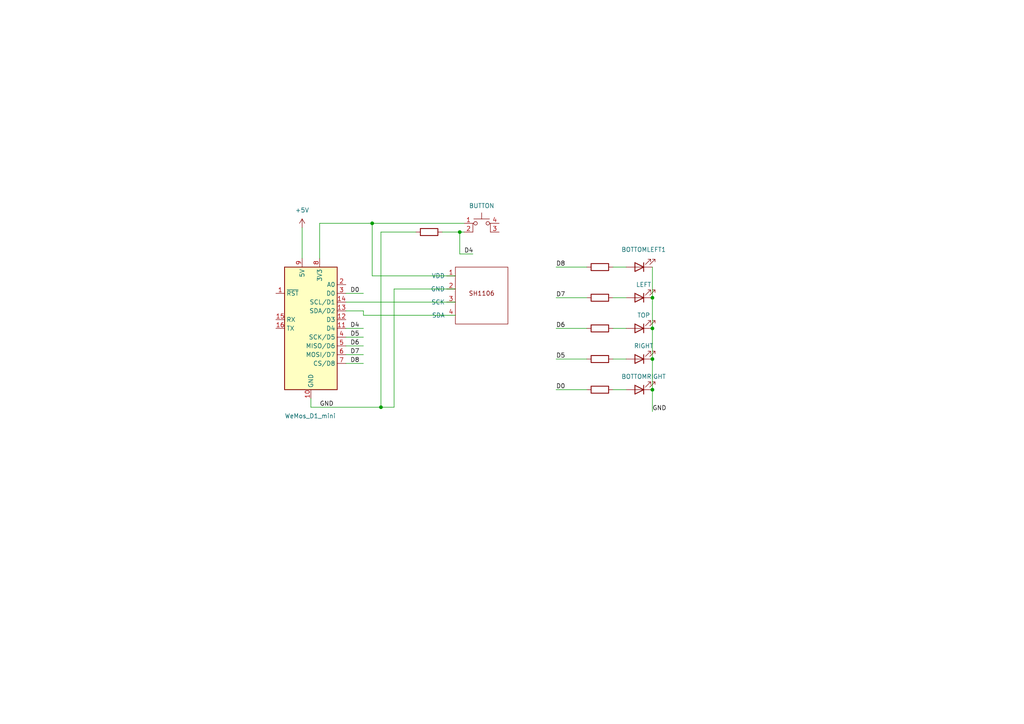
<source format=kicad_sch>
(kicad_sch (version 20211123) (generator eeschema)
  (paper "A4")
  (title_block (title "Give A Star") (date "12/06/22") (rev "1") (company "Angelina Tsuboi"))
  (lib_symbols
    (symbol "Device:LED" (pin_numbers hide) (pin_names (offset 1.016) hide)
      (property "Reference" "D" (at 0 2.54 0))
      (property "Value" "LED" (at 0 -2.54 0))
      (symbol "LED_0_1"
        (polyline (pts (xy -1.27 -1.27) (xy -1.27 1.27)) (stroke (width 0.254)))
        (polyline (pts (xy -1.27 0) (xy 1.27 0)))
        (polyline (pts (xy 1.27 -1.27) (xy 1.27 1.27) (xy -1.27 0) (xy 1.27 -1.27)) (stroke (width 0.254)))
        (polyline (pts (xy -3.048 -0.762) (xy -4.572 -2.286) (xy -3.81 -2.286) (xy -4.572 -2.286) (xy -4.572 -1.524)))
        (polyline (pts (xy -1.778 -0.762) (xy -3.302 -2.286) (xy -2.54 -2.286) (xy -3.302 -2.286) (xy -3.302 -1.524)))
      )
      (symbol "LED_1_1"
        (pin passive line (at -3.81 0 0) (length 2.54) (name "K") (number "1"))
        (pin passive line (at 3.81 0 180) (length 2.54) (name "A") (number "2"))
      )
    )
    (symbol "Device:R" (pin_numbers hide) (pin_names (offset 0))
      (property "Reference" "R" (at 2.032 0 90))
      (property "Value" "R" (at 0 0 90))
      (symbol "R_0_1"
        (rectangle (start -1.016 -2.54) (end 1.016 2.54) (stroke (width 0.254)))
      )
      (symbol "R_1_1"
        (pin passive line (at 0 3.81 270) (length 1.27) (name "~") (number "1"))
        (pin passive line (at 0 -3.81 90) (length 1.27) (name "~") (number "2"))
      )
    )
    (symbol "GiveAStar:SSH1106"
      (symbol "SSH1106_0_0"
        (text "SH1106" (at 13.97 12.7 0) (effects (font (size 1.27 1.27))))
      )
      (symbol "SSH1106_0_1"
        (rectangle (start 6.35 20.32) (end 21.59 3.81))
      )
      (symbol "SSH1106_1_1"
        (pin input line (at 6.35 17.78 180) (length 2.54) (name "VDD") (number "1"))
        (pin input line (at 6.35 13.97 180) (length 2.54) (name "GND") (number "2"))
        (pin input line (at 6.35 10.16 180) (length 2.54) (name "SCK") (number "3"))
        (pin input line (at 6.35 6.35 180) (length 2.54) (name "SDA") (number "4"))
      )
    )
    (symbol "MCU_Module:WeMos_D1_mini"
      (property "Reference" "U" (at 3.81 19.05 0))
      (property "Value" "WeMos_D1_mini" (at 1.27 -19.05 0))
      (symbol "WeMos_D1_mini_1_1"
        (rectangle (start -7.62 17.78) (end 7.62 -17.78) (stroke (width 0.254)) (fill (type background)))
        (pin input line (at -10.16 10.16 0) (length 2.54) (name "~{RST}") (number "1"))
        (pin power_in line (at 0 -20.32 90) (length 2.54) (name "GND") (number "10"))
        (pin bidirectional line (at 10.16 0 180) (length 2.54) (name "D4") (number "11"))
        (pin bidirectional line (at 10.16 2.54 180) (length 2.54) (name "D3") (number "12"))
        (pin bidirectional line (at 10.16 5.08 180) (length 2.54) (name "SDA/D2") (number "13"))
        (pin bidirectional line (at 10.16 7.62 180) (length 2.54) (name "SCL/D1") (number "14"))
        (pin input line (at -10.16 2.54 0) (length 2.54) (name "RX") (number "15"))
        (pin output line (at -10.16 0 0) (length 2.54) (name "TX") (number "16"))
        (pin input line (at 10.16 12.7 180) (length 2.54) (name "A0") (number "2"))
        (pin bidirectional line (at 10.16 10.16 180) (length 2.54) (name "D0") (number "3"))
        (pin bidirectional line (at 10.16 -2.54 180) (length 2.54) (name "SCK/D5") (number "4"))
        (pin bidirectional line (at 10.16 -5.08 180) (length 2.54) (name "MISO/D6") (number "5"))
        (pin bidirectional line (at 10.16 -7.62 180) (length 2.54) (name "MOSI/D7") (number "6"))
        (pin bidirectional line (at 10.16 -10.16 180) (length 2.54) (name "CS/D8") (number "7"))
        (pin power_out line (at 2.54 20.32 270) (length 2.54) (name "3V3") (number "8"))
        (pin power_in line (at -2.54 20.32 270) (length 2.54) (name "5V") (number "9"))
      )
    )
    (symbol "Switch:SW_MEC_5E" (pin_names (offset 1.016) hide)
      (property "Reference" "SW" (at 0.635 5.715 0))
      (property "Value" "SW_MEC_5E" (at 0 -3.175 0))
      (symbol "SW_MEC_5E_0_1"
        (circle (center -1.778 2.54) (radius 0.508))
        (polyline (pts (xy -2.286 3.81) (xy 2.286 3.81)))
        (polyline (pts (xy 0 3.81) (xy 0 5.588)))
        (polyline (pts (xy -2.54 0) (xy -2.54 2.54) (xy -2.286 2.54)))
        (polyline (pts (xy 2.54 0) (xy 2.54 2.54) (xy 2.286 2.54)))
        (circle (center 1.778 2.54) (radius 0.508))
        (pin passive line (at -5.08 2.54 0) (length 2.54) (name "1") (number "1"))
        (pin passive line (at -5.08 0 0) (length 2.54) (name "2") (number "2"))
        (pin passive line (at 5.08 0 180) (length 2.54) (name "K") (number "3"))
        (pin passive line (at 5.08 2.54 180) (length 2.54) (name "A") (number "4"))
      )
    )
    (symbol "power:+5V" (power) (pin_names (offset 0))
      (property "Value" "+5V" (at 0 3.556 0))
      (symbol "+5V_0_1"
        (polyline (pts (xy -0.762 1.27) (xy 0 2.54)))
        (polyline (pts (xy 0 0) (xy 0 2.54)))
        (polyline (pts (xy 0 2.54) (xy 0.762 1.27)))
      )
      (symbol "+5V_1_1"
        (pin power_in line (at 0 0 90) (length 0) hide (name "+5V") (number "1"))
      )
    )
  )
  (junction (at 107.95 64.77))
  (junction (at 189.23 113.03))
  (junction (at 133.35 67.31))
  (junction (at 189.23 104.14))
  (junction (at 189.23 95.25))
  (junction (at 110.49 118.11))
  (junction (at 189.23 86.36))
  (wire (pts (xy 110.49 67.31) (xy 110.49 118.11)))
  (wire (pts (xy 177.8 104.14) (xy 181.61 104.14)))
  (wire (pts (xy 92.71 64.77) (xy 92.71 74.93)))
  (wire (pts (xy 161.29 77.47) (xy 170.18 77.47)))
  (wire (pts (xy 100.33 90.17) (xy 105.41 90.17)))
  (wire (pts (xy 177.8 86.36) (xy 181.61 86.36)))
  (wire (pts (xy 189.23 95.25) (xy 189.23 104.14)))
  (wire (pts (xy 107.95 64.77) (xy 134.62 64.77)))
  (wire (pts (xy 133.35 73.66) (xy 137.16 73.66)))
  (wire (pts (xy 161.29 95.25) (xy 170.18 95.25)))
  (wire (pts (xy 189.23 104.14) (xy 189.23 113.03)))
  (wire (pts (xy 120.65 67.31) (xy 110.49 67.31)))
  (wire (pts (xy 177.8 77.47) (xy 181.61 77.47)))
  (wire (pts (xy 114.3 118.11) (xy 110.49 118.11)))
  (wire (pts (xy 90.17 118.11) (xy 110.49 118.11)))
  (wire (pts (xy 189.23 113.03) (xy 189.23 119.38)))
  (wire (pts (xy 128.27 67.31) (xy 133.35 67.31)))
  (wire (pts (xy 100.33 100.33) (xy 105.41 100.33)))
  (wire (pts (xy 90.17 115.57) (xy 90.17 118.11)))
  (wire (pts (xy 189.23 86.36) (xy 189.23 95.25)))
  (wire (pts (xy 105.41 91.44) (xy 105.41 90.17)))
  (wire (pts (xy 161.29 86.36) (xy 170.18 86.36)))
  (wire (pts (xy 161.29 104.14) (xy 170.18 104.14)))
  (wire (pts (xy 177.8 95.25) (xy 181.61 95.25)))
  (wire (pts (xy 92.71 64.77) (xy 107.95 64.77)))
  (wire (pts (xy 100.33 105.41) (xy 105.41 105.41)))
  (wire (pts (xy 161.29 113.03) (xy 170.18 113.03)))
  (wire (pts (xy 100.33 97.79) (xy 105.41 97.79)))
  (wire (pts (xy 100.33 87.63) (xy 132.08 87.63)))
  (wire (pts (xy 100.33 85.09) (xy 105.41 85.09)))
  (wire (pts (xy 100.33 102.87) (xy 105.41 102.87)))
  (wire (pts (xy 107.95 64.77) (xy 107.95 80.01)))
  (wire (pts (xy 177.8 113.03) (xy 181.61 113.03)))
  (wire (pts (xy 132.08 91.44) (xy 105.41 91.44)))
  (wire (pts (xy 133.35 67.31) (xy 133.35 73.66)))
  (wire (pts (xy 114.3 83.82) (xy 114.3 118.11)))
  (wire (pts (xy 189.23 77.47) (xy 189.23 86.36)))
  (wire (pts (xy 133.35 67.31) (xy 134.62 67.31)))
  (wire (pts (xy 132.08 83.82) (xy 114.3 83.82)))
  (wire (pts (xy 107.95 80.01) (xy 132.08 80.01)))
  (wire (pts (xy 87.63 66.04) (xy 87.63 74.93)))
  (wire (pts (xy 100.33 95.25) (xy 105.41 95.25)))
  (label "D8" (at 101.6 105.41 0))
  (label "D0" (at 101.6 85.09 0))
  (label "D7" (at 161.29 86.36 0))
  (label "GND" (at 189.23 119.38 0))
  (label "D4" (at 134.62 73.66 0))
  (label "D4" (at 101.6 95.25 0))
  (label "D0" (at 161.29 113.03 0))
  (label "D5" (at 161.29 104.14 0))
  (label "D5" (at 101.6 97.79 0))
  (label "D8" (at 161.29 77.47 0))
  (label "D7" (at 101.6 102.87 0))
  (label "D6" (at 101.6 100.33 0))
  (label "D6" (at 161.29 95.25 0))
  (label "GND" (at 92.71 118.11 0))
  (symbol (lib_id "GiveAStar:SSH1106") (at 125.73 97.79 0) (unit 1)
    (property "Reference" "U2" (effects hide))
    (property "Value" "SSH1106" (effects hide))
    (property "Footprint" "Display Pretty:Adafruit_SSH1106" (effects hide))
  )
  (symbol (lib_id "Device:R") (at 173.99 95.25 90) (unit 1)
    (property "Reference" ".4" (effects hide))
    (property "Value" "R" (effects hide))
    (property "Footprint" "Resistor_THT:R_Axial_DIN0204_L3.6mm_D1.6mm_P5.08mm_Horizontal" (effects hide))
  )
  (symbol (lib_id "Device:LED") (at 185.42 95.25 180) (unit 1)
    (property "Reference" "D2" (effects hide))
    (property "Value" "RIGHT" (at 186.69 100.33 0))
    (property "Footprint" "LED_THT:LED_D3.0mm" (effects hide))
  )
  (symbol (lib_id "Device:R") (at 173.99 86.36 90) (unit 1)
    (property "Reference" ".3" (effects hide))
    (property "Value" "R" (effects hide))
    (property "Footprint" "Resistor_THT:R_Axial_DIN0204_L3.6mm_D1.6mm_P5.08mm_Horizontal" (effects hide))
  )
  (symbol (lib_id "Device:LED") (at 185.42 86.36 180) (unit 1)
    (property "Reference" "D1" (effects hide))
    (property "Value" "TOP" (at 186.69 91.44 0))
    (property "Footprint" "LED_THT:LED_D3.0mm" (effects hide))
  )
  (symbol (lib_id "Device:R") (at 124.46 67.31 90) (unit 1)
    (property "Reference" ".1" (effects hide))
    (property "Value" "R" (effects hide))
    (property "Footprint" "Resistor_THT:R_Axial_DIN0204_L3.6mm_D1.6mm_P5.08mm_Horizontal" (effects hide))
  )
  (symbol (lib_id "Device:R") (at 173.99 113.03 90) (unit 1)
    (property "Reference" ".6" (effects hide))
    (property "Value" "R" (effects hide))
    (property "Footprint" "Resistor_THT:R_Axial_DIN0204_L3.6mm_D1.6mm_P5.08mm_Horizontal" (effects hide))
  )
  (symbol (lib_id "Device:R") (at 173.99 77.47 90) (unit 1)
    (property "Reference" ".2" (effects hide))
    (property "Value" "R" (effects hide))
    (property "Footprint" "Resistor_THT:R_Axial_DIN0204_L3.6mm_D1.6mm_P5.08mm_Horizontal" (effects hide))
  )
  (symbol (lib_id "Device:R") (at 173.99 104.14 90) (unit 1)
    (property "Reference" ".5" (effects hide))
    (property "Value" "R" (effects hide))
    (property "Footprint" "Resistor_THT:R_Axial_DIN0204_L3.6mm_D1.6mm_P5.08mm_Horizontal" (effects hide))
  )
  (symbol (lib_id "Device:LED") (at 185.42 113.03 180) (unit 1)
    (property "Reference" "D4" (effects hide))
    (property "Value" "LED" (effects hide))
    (property "Footprint" "LED_THT:LED_D3.0mm" (effects hide))
  )
  (symbol (lib_id "Device:LED") (at 185.42 104.14 180) (unit 1)
    (property "Reference" "D3" (effects hide))
    (property "Value" "BOTTOMRIGHT" (at 186.69 109.22 0))
    (property "Footprint" "LED_THT:LED_D3.0mm" (effects hide))
  )
  (symbol (lib_id "Switch:SW_MEC_5E") (at 139.7 67.31 0) (unit 1)
    (property "Reference" "SW1" (effects hide))
    (property "Value" "BUTTON" (at 139.7 59.69 0))
    (property "Footprint" "Button_Switch_THT:SW_PUSH_6mm" (effects hide))
    (property "Datasheet" "http://www.apem.com/int/index.php?controller=attachment&id_attachment=1371" (effects hide))
  )
  (symbol (lib_id "power:+5V") (at 87.63 66.04 0) (unit 1)
    (property "Reference" "#PWR0101" (effects hide))
    (property "Value" "+5V" (at 87.63 60.96 0))
  )
  (symbol (lib_id "MCU_Module:WeMos_D1_mini") (at 90.17 95.25 0) (unit 1)
    (property "Reference" "U1" (effects hide))
    (property "Value" "WeMos_D1_mini" (at 82.55 120.65 0) (effects (justify left)))
    (property "Footprint" "Module:WEMOS_D1_mini_light" (effects hide))
    (property "Datasheet" "https://wiki.wemos.cc/products:d1:d1_mini#documentation" (effects hide))
  )
  (symbol (lib_id "Device:LED") (at 185.42 77.47 180) (unit 1)
    (property "Reference" "BOTTOMLEFT1" (at 186.69 72.39 0))
    (property "Value" "LEFT" (at 186.69 82.55 0))
    (property "Footprint" "LED_THT:LED_D3.0mm" (effects hide))
  )
)
</source>
